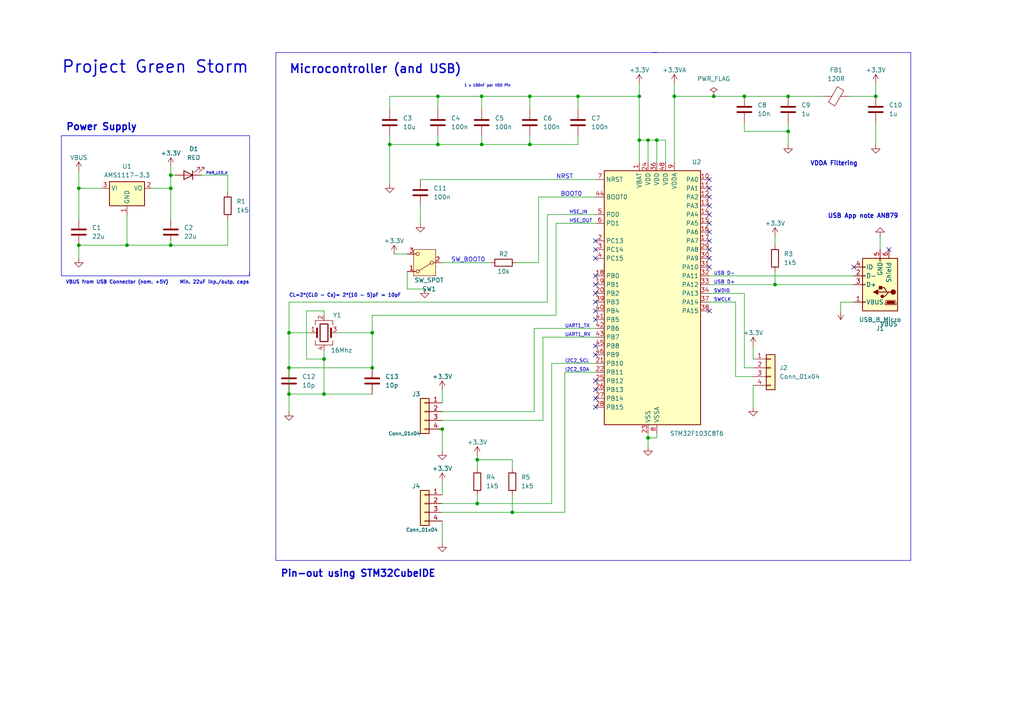
<source format=kicad_sch>
(kicad_sch (version 20230121) (generator eeschema)
  (paper "A4")
  (title_block (title "Project Green Storm") (date "2024-01-06") (rev "0.1") (company "Hotsauce Labs"))
  (lib_symbols
    (symbol "Connector:USB_B_Micro" (pin_names (offset 1.016))
      (property "Reference" "J" (at -5.08 11.43 0))
      (property "Value" "USB_B_Micro" (at -5.08 8.89 0))
      (symbol "USB_B_Micro_0_1"
        (rectangle (start -5.08 -7.62) (end 5.08 7.62) (stroke (width 0.254)) (fill (type background)))
        (circle (center -3.81 2.159) (radius 0.635) (stroke (width 0.254)) (fill (type outline)))
        (circle (center -0.635 3.429) (radius 0.381) (stroke (width 0.254)) (fill (type outline)))
        (rectangle (start -0.127 -7.62) (end 0.127 -6.858))
        (polyline (pts (xy -1.905 2.159) (xy 0.635 2.159)) (stroke (width 0.254)))
        (polyline (pts (xy -3.175 2.159) (xy -2.54 2.159) (xy -1.27 3.429) (xy -0.635 3.429)) (stroke (width 0.254)))
        (polyline (pts (xy -2.54 2.159) (xy -1.905 2.159) (xy -1.27 0.889) (xy 0 0.889)) (stroke (width 0.254)))
        (polyline (pts (xy 0.635 2.794) (xy 0.635 1.524) (xy 1.905 2.159) (xy 0.635 2.794)) (stroke (width 0.254)) (fill (type outline)))
        (polyline (pts (xy -4.318 5.588) (xy -1.778 5.588) (xy -2.032 4.826) (xy -4.064 4.826) (xy -4.318 5.588)) (fill (type outline)))
        (polyline (pts (xy -4.699 5.842) (xy -4.699 5.588) (xy -4.445 4.826) (xy -4.445 4.572) (xy -1.651 4.572) (xy -1.651 4.826) (xy -1.397 5.588) (xy -1.397 5.842) (xy -4.699 5.842)))
        (rectangle (start 0.254 1.27) (end -0.508 0.508) (stroke (width 0.254)) (fill (type outline)))
        (rectangle (start 5.08 -5.207) (end 4.318 -4.953))
        (rectangle (start 5.08 -2.667) (end 4.318 -2.413))
        (rectangle (start 5.08 -0.127) (end 4.318 0.127))
        (rectangle (start 5.08 4.953) (end 4.318 5.207))
      )
      (symbol "USB_B_Micro_1_1"
        (pin power_out line (at 7.62 5.08 180) (length 2.54) (name "VBUS") (number "1"))
        (pin bidirectional line (at 7.62 -2.54 180) (length 2.54) (name "D-") (number "2"))
        (pin bidirectional line (at 7.62 0 180) (length 2.54) (name "D+") (number "3"))
        (pin passive line (at 7.62 -5.08 180) (length 2.54) (name "ID") (number "4"))
        (pin power_out line (at 0 -10.16 90) (length 2.54) (name "GND") (number "5"))
        (pin passive line (at -2.54 -10.16 90) (length 2.54) (name "Shield") (number "6"))
      )
    )
    (symbol "Connector_Generic:Conn_01x04" (pin_names (offset 1.016) hide)
      (property "Reference" "J" (at 0 5.08 0))
      (property "Value" "Conn_01x04" (at 0 -7.62 0))
      (symbol "Conn_01x04_1_1"
        (rectangle (start -1.27 -4.953) (end 0 -5.207) (stroke (width 0.1524)))
        (rectangle (start -1.27 -2.413) (end 0 -2.667) (stroke (width 0.1524)))
        (rectangle (start -1.27 0.127) (end 0 -0.127) (stroke (width 0.1524)))
        (rectangle (start -1.27 2.667) (end 0 2.413) (stroke (width 0.1524)))
        (rectangle (start -1.27 3.81) (end 1.27 -6.35) (stroke (width 0.254)) (fill (type background)))
        (pin passive line (at -5.08 2.54 0) (length 3.81) (name "Pin_1") (number "1"))
        (pin passive line (at -5.08 0 0) (length 3.81) (name "Pin_2") (number "2"))
        (pin passive line (at -5.08 -2.54 0) (length 3.81) (name "Pin_3") (number "3"))
        (pin passive line (at -5.08 -5.08 0) (length 3.81) (name "Pin_4") (number "4"))
      )
    )
    (symbol "Device:C" (pin_numbers hide) (pin_names (offset 0.254))
      (property "Reference" "C" (at 0.635 2.54 0))
      (property "Value" "C" (at 0.635 -2.54 0))
      (symbol "C_0_1"
        (polyline (pts (xy -2.032 -0.762) (xy 2.032 -0.762)) (stroke (width 0.508)))
        (polyline (pts (xy -2.032 0.762) (xy 2.032 0.762)) (stroke (width 0.508)))
      )
      (symbol "C_1_1"
        (pin passive line (at 0 3.81 270) (length 2.794) (name "~") (number "1"))
        (pin passive line (at 0 -3.81 90) (length 2.794) (name "~") (number "2"))
      )
    )
    (symbol "Device:Crystal_GND24" (pin_names (offset 1.016) hide)
      (property "Reference" "Y" (at 3.175 5.08 0))
      (property "Value" "Crystal_GND24" (at 3.175 3.175 0))
      (symbol "Crystal_GND24_0_1"
        (rectangle (start -1.143 2.54) (end 1.143 -2.54) (stroke (width 0.3048)))
        (polyline (pts (xy -2.54 0) (xy -2.032 0)))
        (polyline (pts (xy -2.032 -1.27) (xy -2.032 1.27)) (stroke (width 0.508)))
        (polyline (pts (xy 0 -3.81) (xy 0 -3.556)))
        (polyline (pts (xy 0 3.556) (xy 0 3.81)))
        (polyline (pts (xy 2.032 -1.27) (xy 2.032 1.27)) (stroke (width 0.508)))
        (polyline (pts (xy 2.032 0) (xy 2.54 0)))
        (polyline (pts (xy -2.54 -2.286) (xy -2.54 -3.556) (xy 2.54 -3.556) (xy 2.54 -2.286)))
        (polyline (pts (xy -2.54 2.286) (xy -2.54 3.556) (xy 2.54 3.556) (xy 2.54 2.286)))
      )
      (symbol "Crystal_GND24_1_1"
        (pin passive line (at -3.81 0 0) (length 1.27) (name "1") (number "1"))
        (pin passive line (at 0 5.08 270) (length 1.27) (name "2") (number "2"))
        (pin passive line (at 3.81 0 180) (length 1.27) (name "3") (number "3"))
        (pin passive line (at 0 -5.08 90) (length 1.27) (name "4") (number "4"))
      )
    )
    (symbol "Device:FerriteBead" (pin_numbers hide) (pin_names (offset 0))
      (property "Reference" "FB" (at -3.81 0.635 90))
      (property "Value" "FerriteBead" (at 3.81 0 90))
      (symbol "FerriteBead_0_1"
        (polyline (pts (xy 0 -1.27) (xy 0 -1.2192)))
        (polyline (pts (xy 0 1.27) (xy 0 1.2954)))
        (polyline (pts (xy -2.7686 0.4064) (xy -1.7018 2.2606) (xy 2.7686 -0.3048) (xy 1.6764 -2.159) (xy -2.7686 0.4064)))
      )
      (symbol "FerriteBead_1_1"
        (pin passive line (at 0 3.81 270) (length 2.54) (name "~") (number "1"))
        (pin passive line (at 0 -3.81 90) (length 2.54) (name "~") (number "2"))
      )
    )
    (symbol "Device:LED" (pin_numbers hide) (pin_names (offset 1.016) hide)
      (property "Reference" "D" (at 0 2.54 0))
      (property "Value" "LED" (at 0 -2.54 0))
      (symbol "LED_0_1"
        (polyline (pts (xy -1.27 -1.27) (xy -1.27 1.27)) (stroke (width 0.254)))
        (polyline (pts (xy -1.27 0) (xy 1.27 0)))
        (polyline (pts (xy 1.27 -1.27) (xy 1.27 1.27) (xy -1.27 0) (xy 1.27 -1.27)) (stroke (width 0.254)))
        (polyline (pts (xy -3.048 -0.762) (xy -4.572 -2.286) (xy -3.81 -2.286) (xy -4.572 -2.286) (xy -4.572 -1.524)))
        (polyline (pts (xy -1.778 -0.762) (xy -3.302 -2.286) (xy -2.54 -2.286) (xy -3.302 -2.286) (xy -3.302 -1.524)))
      )
      (symbol "LED_1_1"
        (pin passive line (at -3.81 0 0) (length 2.54) (name "K") (number "1"))
        (pin passive line (at 3.81 0 180) (length 2.54) (name "A") (number "2"))
      )
    )
    (symbol "Device:R" (pin_numbers hide) (pin_names (offset 0) hide)
      (property "Reference" "R" (at 2.032 0 90))
      (property "Value" "R" (at 0 0 90))
      (symbol "R_0_1"
        (rectangle (start -1.016 -2.54) (end 1.016 2.54) (stroke (width 0.254)))
      )
      (symbol "R_1_1"
        (pin passive line (at 0 3.81 270) (length 1.27) (name "~") (number "1"))
        (pin passive line (at 0 -3.81 90) (length 1.27) (name "~") (number "2"))
      )
    )
    (symbol "GND_1" (power) (pin_numbers hide) (pin_names (offset 0) hide)
      (property "Value" "GND_1" (at 0 -3.81 0))
      (symbol "GND_1_0_1"
        (polyline (pts (xy 0 0) (xy 0 -1.27) (xy 1.27 -1.27) (xy 0 -2.54) (xy -1.27 -1.27) (xy 0 -1.27)))
      )
      (symbol "GND_1_1_1"
        (pin power_in line (at 0 0 270) (length 0) hide (name "GND") (number "1"))
      )
    )
    (symbol "GND_2" (power) (pin_numbers hide) (pin_names (offset 0) hide)
      (property "Value" "GND_2" (at 0 -3.81 0))
      (symbol "GND_2_0_1"
        (polyline (pts (xy 0 0) (xy 0 -1.27) (xy 1.27 -1.27) (xy 0 -2.54) (xy -1.27 -1.27) (xy 0 -1.27)))
      )
      (symbol "GND_2_1_1"
        (pin power_in line (at 0 0 270) (length 0) hide (name "GND") (number "1"))
      )
    )
    (symbol "MCU_ST_STM32F1:STM32F103C8Tx"
      (property "Reference" "U" (at -12.7 39.37 0))
      (property "Value" "STM32F103C8Tx" (at 10.16 39.37 0))
      (symbol "STM32F103C8Tx_0_1"
        (rectangle (start -12.7 -35.56) (end 15.24 38.1) (stroke (width 0.254)) (fill (type background)))
      )
      (symbol "STM32F103C8Tx_1_1"
        (pin power_in line (at -2.54 40.64 270) (length 2.54) (name "VBAT") (number "1"))
        (pin bidirectional line (at 17.78 35.56 180) (length 2.54) (name "PA0") (number "10"))
        (pin bidirectional line (at 17.78 33.02 180) (length 2.54) (name "PA1") (number "11"))
        (pin bidirectional line (at 17.78 30.48 180) (length 2.54) (name "PA2") (number "12"))
        (pin bidirectional line (at 17.78 27.94 180) (length 2.54) (name "PA3") (number "13"))
        (pin bidirectional line (at 17.78 25.4 180) (length 2.54) (name "PA4") (number "14"))
        (pin bidirectional line (at 17.78 22.86 180) (length 2.54) (name "PA5") (number "15"))
        (pin bidirectional line (at 17.78 20.32 180) (length 2.54) (name "PA6") (number "16"))
        (pin bidirectional line (at 17.78 17.78 180) (length 2.54) (name "PA7") (number "17"))
        (pin bidirectional line (at -15.24 7.62 0) (length 2.54) (name "PB0") (number "18"))
        (pin bidirectional line (at -15.24 5.08 0) (length 2.54) (name "PB1") (number "19"))
        (pin bidirectional line (at -15.24 17.78 0) (length 2.54) (name "PC13") (number "2"))
        (pin bidirectional line (at -15.24 2.54 0) (length 2.54) (name "PB2") (number "20"))
        (pin bidirectional line (at -15.24 -17.78 0) (length 2.54) (name "PB10") (number "21"))
        (pin bidirectional line (at -15.24 -20.32 0) (length 2.54) (name "PB11") (number "22"))
        (pin power_in line (at 0 -38.1 90) (length 2.54) (name "VSS") (number "23"))
        (pin power_in line (at 0 40.64 270) (length 2.54) (name "VDD") (number "24"))
        (pin bidirectional line (at -15.24 -22.86 0) (length 2.54) (name "PB12") (number "25"))
        (pin bidirectional line (at -15.24 -25.4 0) (length 2.54) (name "PB13") (number "26"))
        (pin bidirectional line (at -15.24 -27.94 0) (length 2.54) (name "PB14") (number "27"))
        (pin bidirectional line (at -15.24 -30.48 0) (length 2.54) (name "PB15") (number "28"))
        (pin bidirectional line (at 17.78 15.24 180) (length 2.54) (name "PA8") (number "29"))
        (pin bidirectional line (at -15.24 15.24 0) (length 2.54) (name "PC14") (number "3"))
        (pin bidirectional line (at 17.78 12.7 180) (length 2.54) (name "PA9") (number "30"))
        (pin bidirectional line (at 17.78 10.16 180) (length 2.54) (name "PA10") (number "31"))
        (pin bidirectional line (at 17.78 7.62 180) (length 2.54) (name "PA11") (number "32"))
        (pin bidirectional line (at 17.78 5.08 180) (length 2.54) (name "PA12") (number "33"))
        (pin bidirectional line (at 17.78 2.54 180) (length 2.54) (name "PA13") (number "34"))
        (pin passive line (at 0 -38.1 90) (length 2.54) hide (name "VSS") (number "35"))
        (pin power_in line (at 2.54 40.64 270) (length 2.54) (name "VDD") (number "36"))
        (pin bidirectional line (at 17.78 0 180) (length 2.54) (name "PA14") (number "37"))
        (pin bidirectional line (at 17.78 -2.54 180) (length 2.54) (name "PA15") (number "38"))
        (pin bidirectional line (at -15.24 0 0) (length 2.54) (name "PB3") (number "39"))
        (pin bidirectional line (at -15.24 12.7 0) (length 2.54) (name "PC15") (number "4"))
        (pin bidirectional line (at -15.24 -2.54 0) (length 2.54) (name "PB4") (number "40"))
        (pin bidirectional line (at -15.24 -5.08 0) (length 2.54) (name "PB5") (number "41"))
        (pin bidirectional line (at -15.24 -7.62 0) (length 2.54) (name "PB6") (number "42"))
        (pin bidirectional line (at -15.24 -10.16 0) (length 2.54) (name "PB7") (number "43"))
        (pin input line (at -15.24 30.48 0) (length 2.54) (name "BOOT0") (number "44"))
        (pin bidirectional line (at -15.24 -12.7 0) (length 2.54) (name "PB8") (number "45"))
        (pin bidirectional line (at -15.24 -15.24 0) (length 2.54) (name "PB9") (number "46"))
        (pin passive line (at 0 -38.1 90) (length 2.54) hide (name "VSS") (number "47"))
        (pin power_in line (at 5.08 40.64 270) (length 2.54) (name "VDD") (number "48"))
        (pin bidirectional line (at -15.24 25.4 0) (length 2.54) (name "PD0") (number "5"))
        (pin bidirectional line (at -15.24 22.86 0) (length 2.54) (name "PD1") (number "6"))
        (pin input line (at -15.24 35.56 0) (length 2.54) (name "NRST") (number "7"))
        (pin power_in line (at 2.54 -38.1 90) (length 2.54) (name "VSSA") (number "8"))
        (pin power_in line (at 7.62 40.64 270) (length 2.54) (name "VDDA") (number "9"))
      )
    )
    (symbol "R_1" (pin_numbers hide) (pin_names (offset 0))
      (property "Reference" "R" (at 2.032 0 90))
      (property "Value" "R" (at 0 0 90))
      (symbol "R_1_0_1"
        (rectangle (start -1.016 -2.54) (end 1.016 2.54) (stroke (width 0.254)))
      )
      (symbol "R_1_1_1"
        (pin passive line (at 0 3.81 270) (length 1.27) (name "~") (number "1"))
        (pin passive line (at 0 -3.81 90) (length 1.27) (name "~") (number "2"))
      )
    )
    (symbol "R_2" (pin_numbers hide) (pin_names (offset 0))
      (property "Reference" "R" (at 2.032 0 90))
      (property "Value" "R" (at 0 0 90))
      (symbol "R_2_0_1"
        (rectangle (start -1.016 -2.54) (end 1.016 2.54) (stroke (width 0.254)))
      )
      (symbol "R_2_1_1"
        (pin passive line (at 0 3.81 270) (length 1.27) (name "~") (number "1"))
        (pin passive line (at 0 -3.81 90) (length 1.27) (name "~") (number "2"))
      )
    )
    (symbol "Regulator_Linear:AMS1117-3.3"
      (property "Reference" "U" (at -3.81 3.175 0))
      (property "Value" "AMS1117-3.3" (at 0 3.175 0))
      (symbol "AMS1117-3.3_0_1"
        (rectangle (start -5.08 -5.08) (end 5.08 1.905) (stroke (width 0.254)) (fill (type background)))
      )
      (symbol "AMS1117-3.3_1_1"
        (pin power_in line (at 0 -7.62 90) (length 2.54) (name "GND") (number "1"))
        (pin power_out line (at 7.62 0 180) (length 2.54) (name "VO") (number "2"))
        (pin power_in line (at -7.62 0 0) (length 2.54) (name "VI") (number "3"))
      )
    )
    (symbol "Switch:SW_SPDT" (pin_names (offset 0) hide)
      (property "Reference" "SW" (at 0 5.08 0))
      (property "Value" "SW_SPDT" (at 0 -5.08 0))
      (symbol "SW_SPDT_0_1"
        (circle (center -2.032 0) (radius 0.4572))
        (polyline (pts (xy -1.651 0.254) (xy 1.651 2.286)))
        (circle (center 2.032 -2.54) (radius 0.4572))
        (circle (center 2.032 2.54) (radius 0.4572))
      )
      (symbol "SW_SPDT_1_1"
        (rectangle (start -3.175 3.81) (end 3.175 -3.81) (fill (type background)))
        (pin passive line (at 5.08 2.54 180) (length 2.54) (name "A") (number "1"))
        (pin passive line (at -5.08 0 0) (length 2.54) (name "B") (number "2"))
        (pin passive line (at 5.08 -2.54 180) (length 2.54) (name "C") (number "3"))
      )
    )
    (symbol "power:+3.3V" (power) (pin_numbers hide) (pin_names (offset 0) hide)
      (property "Value" "+3.3V" (at 0 3.556 0))
      (symbol "+3.3V_0_1"
        (polyline (pts (xy -0.762 1.27) (xy 0 2.54)))
        (polyline (pts (xy 0 0) (xy 0 2.54)))
        (polyline (pts (xy 0 2.54) (xy 0.762 1.27)))
      )
      (symbol "+3.3V_1_1"
        (pin power_in line (at 0 0 90) (length 0) hide (name "+3.3V") (number "1"))
      )
    )
    (symbol "power:+3.3VA" (power) (pin_numbers hide) (pin_names (offset 0) hide)
      (property "Value" "+3.3VA" (at 0 3.556 0))
      (symbol "+3.3VA_0_1"
        (polyline (pts (xy -0.762 1.27) (xy 0 2.54)))
        (polyline (pts (xy 0 0) (xy 0 2.54)))
        (polyline (pts (xy 0 2.54) (xy 0.762 1.27)))
      )
      (symbol "+3.3VA_1_1"
        (pin power_in line (at 0 0 90) (length 0) hide (name "+3.3VA") (number "1"))
      )
    )
    (symbol "power:PWR_FLAG" (power) (pin_numbers hide) (pin_names (offset 0) hide)
      (property "Value" "PWR_FLAG" (at 0 3.81 0))
      (symbol "PWR_FLAG_0_0"
        (pin power_out line (at 0 0 90) (length 0) (name "pwr") (number "1"))
      )
      (symbol "PWR_FLAG_0_1"
        (polyline (pts (xy 0 0) (xy 0 1.27) (xy -1.016 1.905) (xy 0 2.54) (xy 1.016 1.905) (xy 0 1.27)))
      )
    )
    (symbol "power:VBUS" (power) (pin_numbers hide) (pin_names (offset 0) hide)
      (property "Value" "VBUS" (at 0 3.81 0))
      (symbol "VBUS_0_1"
        (polyline (pts (xy -0.762 1.27) (xy 0 2.54)))
        (polyline (pts (xy 0 0) (xy 0 2.54)))
        (polyline (pts (xy 0 2.54) (xy 0.762 1.27)))
      )
      (symbol "VBUS_1_1"
        (pin power_in line (at 0 0 90) (length 0) hide (name "VBUS") (number "1"))
      )
    )
  )
  (junction (at 93.98 114.3))
  (junction (at 113.03 41.91))
  (junction (at 138.43 146.05))
  (junction (at 215.9 27.94))
  (junction (at 228.6 27.94))
  (junction (at 49.53 50.8))
  (junction (at 22.86 54.61))
  (junction (at 185.42 27.94))
  (junction (at 127 41.91))
  (junction (at 167.64 27.94))
  (junction (at 138.43 133.35))
  (junction (at 187.96 127))
  (junction (at 254 27.94))
  (junction (at 148.59 148.59))
  (junction (at 190.5 40.64))
  (junction (at 49.53 54.61))
  (junction (at 228.6 38.1))
  (junction (at 93.98 104.14))
  (junction (at 83.82 96.52))
  (junction (at 107.95 96.52))
  (junction (at 139.7 27.94))
  (junction (at 139.7 41.91))
  (junction (at 127 27.94))
  (junction (at 83.82 114.3))
  (junction (at 207.01 27.94))
  (junction (at 195.58 27.94))
  (junction (at 107.95 106.68))
  (junction (at 128.27 124.46))
  (junction (at 36.83 71.12))
  (junction (at 83.82 106.68))
  (junction (at 153.67 27.94))
  (junction (at 224.79 82.55))
  (junction (at 187.96 40.64))
  (junction (at 153.67 41.91))
  (junction (at 185.42 40.64))
  (junction (at 49.53 71.12))
  (junction (at 22.86 71.12))
  (no_connect (at 205.74 62.23))
  (no_connect (at 172.72 80.01))
  (no_connect (at 205.74 54.61))
  (no_connect (at 172.72 102.87))
  (no_connect (at 205.74 90.17))
  (no_connect (at 205.74 59.69))
  (no_connect (at 205.74 77.47))
  (no_connect (at 172.72 69.85))
  (no_connect (at 172.72 85.09))
  (no_connect (at 172.72 92.71))
  (no_connect (at 172.72 87.63))
  (no_connect (at 172.72 82.55))
  (no_connect (at 247.65 77.47))
  (no_connect (at 172.72 100.33))
  (no_connect (at 172.72 74.93))
  (no_connect (at 172.72 118.11))
  (no_connect (at 172.72 113.03))
  (no_connect (at 172.72 110.49))
  (no_connect (at 205.74 57.15))
  (no_connect (at 172.72 115.57))
  (no_connect (at 205.74 74.93))
  (no_connect (at 205.74 72.39))
  (no_connect (at 172.72 90.17))
  (no_connect (at 205.74 64.77))
  (no_connect (at 205.74 67.31))
  (no_connect (at 172.72 72.39))
  (no_connect (at 257.81 72.39))
  (no_connect (at 205.74 69.85))
  (no_connect (at 205.74 52.07))
  (wire (pts (xy 128.27 124.46) (xy 128.27 130.81)))
  (wire (pts (xy 187.96 127) (xy 187.96 129.54)))
  (wire (pts (xy 113.03 41.91) (xy 113.03 53.34)))
  (wire (pts (xy 224.79 68.58) (xy 224.79 71.12)))
  (wire (pts (xy 148.59 148.59) (xy 163.83 148.59)))
  (wire (pts (xy 154.94 95.25) (xy 154.94 119.38)))
  (wire (pts (xy 228.6 27.94) (xy 238.76 27.94)))
  (wire (pts (xy 149.86 76.2) (xy 156.21 76.2)))
  (wire (pts (xy 185.42 27.94) (xy 185.42 40.64)))
  (wire (pts (xy 93.98 114.3) (xy 107.95 114.3)))
  (polyline (pts (xy 190.5 15.24) (xy 80.01 15.24)))
  (wire (pts (xy 139.7 27.94) (xy 139.7 31.75)))
  (wire (pts (xy 218.44 100.33) (xy 218.44 104.14)))
  (wire (pts (xy 160.02 105.41) (xy 172.72 105.41)))
  (wire (pts (xy 36.83 71.12) (xy 49.53 71.12)))
  (wire (pts (xy 153.67 41.91) (xy 167.64 41.91)))
  (wire (pts (xy 138.43 133.35) (xy 148.59 133.35)))
  (wire (pts (xy 107.95 96.52) (xy 107.95 91.44)))
  (wire (pts (xy 49.53 50.8) (xy 50.8 50.8)))
  (wire (pts (xy 93.98 104.14) (xy 93.98 114.3)))
  (wire (pts (xy 66.04 50.8) (xy 66.04 55.88)))
  (wire (pts (xy 83.82 87.63) (xy 158.75 87.63)))
  (wire (pts (xy 187.96 125.73) (xy 187.96 127)))
  (wire (pts (xy 160.02 105.41) (xy 160.02 146.05)))
  (wire (pts (xy 195.58 24.13) (xy 195.58 27.94)))
  (wire (pts (xy 153.67 27.94) (xy 153.67 31.75)))
  (wire (pts (xy 185.42 40.64) (xy 187.96 40.64)))
  (wire (pts (xy 113.03 39.37) (xy 113.03 41.91)))
  (wire (pts (xy 118.11 78.74) (xy 118.11 83.82)))
  (wire (pts (xy 22.86 71.12) (xy 22.86 74.93)))
  (wire (pts (xy 228.6 38.1) (xy 215.9 38.1)))
  (wire (pts (xy 22.86 71.12) (xy 36.83 71.12)))
  (wire (pts (xy 49.53 50.8) (xy 49.53 54.61)))
  (polyline (pts (xy 72.39 39.37) (xy 17.78 39.37)))
  (wire (pts (xy 161.29 64.77) (xy 172.72 64.77)))
  (wire (pts (xy 255.27 68.58) (xy 255.27 72.39)))
  (wire (pts (xy 49.53 69.85) (xy 49.53 71.12)))
  (wire (pts (xy 215.9 106.68) (xy 218.44 106.68)))
  (wire (pts (xy 88.9 90.17) (xy 88.9 104.14)))
  (wire (pts (xy 148.59 135.89) (xy 148.59 133.35)))
  (wire (pts (xy 190.5 40.64) (xy 190.5 46.99)))
  (wire (pts (xy 157.48 121.92) (xy 128.27 121.92)))
  (wire (pts (xy 213.36 109.22) (xy 218.44 109.22)))
  (wire (pts (xy 167.64 31.75) (xy 167.64 27.94)))
  (wire (pts (xy 49.53 54.61) (xy 44.45 54.61)))
  (polyline (pts (xy 72.39 78.74) (xy 72.39 80.01)))
  (wire (pts (xy 243.84 87.63) (xy 247.65 87.63)))
  (polyline (pts (xy 17.78 39.37) (xy 17.78 80.01)))
  (wire (pts (xy 228.6 38.1) (xy 228.6 41.91)))
  (wire (pts (xy 36.83 62.23) (xy 36.83 71.12)))
  (wire (pts (xy 205.74 87.63) (xy 213.36 87.63)))
  (wire (pts (xy 128.27 151.13) (xy 128.27 157.48)))
  (wire (pts (xy 83.82 114.3) (xy 83.82 106.68)))
  (wire (pts (xy 167.64 39.37) (xy 167.64 41.91)))
  (wire (pts (xy 205.74 82.55) (xy 224.79 82.55)))
  (wire (pts (xy 22.86 49.53) (xy 22.86 54.61)))
  (wire (pts (xy 127 41.91) (xy 139.7 41.91)))
  (wire (pts (xy 114.3 73.66) (xy 118.11 73.66)))
  (wire (pts (xy 58.42 50.8) (xy 66.04 50.8)))
  (wire (pts (xy 121.92 59.69) (xy 121.92 64.77)))
  (wire (pts (xy 90.17 96.52) (xy 83.82 96.52)))
  (wire (pts (xy 66.04 63.5) (xy 66.04 71.12)))
  (wire (pts (xy 139.7 39.37) (xy 139.7 41.91)))
  (wire (pts (xy 154.94 119.38) (xy 128.27 119.38)))
  (wire (pts (xy 213.36 87.63) (xy 213.36 109.22)))
  (wire (pts (xy 215.9 85.09) (xy 215.9 106.68)))
  (wire (pts (xy 22.86 63.5) (xy 22.86 54.61)))
  (wire (pts (xy 187.96 127) (xy 190.5 127)))
  (wire (pts (xy 154.94 95.25) (xy 172.72 95.25)))
  (wire (pts (xy 228.6 35.56) (xy 228.6 38.1)))
  (wire (pts (xy 139.7 41.91) (xy 153.67 41.91)))
  (wire (pts (xy 157.48 97.79) (xy 172.72 97.79)))
  (wire (pts (xy 195.58 27.94) (xy 207.01 27.94)))
  (wire (pts (xy 215.9 27.94) (xy 228.6 27.94)))
  (wire (pts (xy 246.38 27.94) (xy 254 27.94)))
  (wire (pts (xy 156.21 57.15) (xy 156.21 76.2)))
  (wire (pts (xy 93.98 101.6) (xy 93.98 104.14)))
  (wire (pts (xy 254 35.56) (xy 254 41.91)))
  (wire (pts (xy 128.27 76.2) (xy 142.24 76.2)))
  (wire (pts (xy 128.27 146.05) (xy 138.43 146.05)))
  (polyline (pts (xy 264.16 15.24) (xy 189.23 15.24)))
  (wire (pts (xy 107.95 96.52) (xy 107.95 106.68)))
  (wire (pts (xy 49.53 48.26) (xy 49.53 50.8)))
  (polyline (pts (xy 72.39 80.01) (xy 72.39 39.37)))
  (wire (pts (xy 138.43 132.08) (xy 138.43 133.35)))
  (wire (pts (xy 83.82 106.68) (xy 107.95 106.68)))
  (wire (pts (xy 83.82 114.3) (xy 93.98 114.3)))
  (wire (pts (xy 113.03 41.91) (xy 127 41.91)))
  (wire (pts (xy 207.01 27.94) (xy 215.9 27.94)))
  (wire (pts (xy 127 27.94) (xy 127 31.75)))
  (wire (pts (xy 243.84 87.63) (xy 243.84 90.17)))
  (wire (pts (xy 127 27.94) (xy 113.03 27.94)))
  (polyline (pts (xy 80.01 15.24) (xy 80.01 162.56)))
  (wire (pts (xy 187.96 40.64) (xy 190.5 40.64)))
  (wire (pts (xy 97.79 96.52) (xy 107.95 96.52)))
  (wire (pts (xy 190.5 125.73) (xy 190.5 127)))
  (wire (pts (xy 128.27 113.03) (xy 128.27 116.84)))
  (wire (pts (xy 185.42 24.13) (xy 185.42 27.94)))
  (wire (pts (xy 121.92 52.07) (xy 172.72 52.07)))
  (wire (pts (xy 158.75 62.23) (xy 172.72 62.23)))
  (wire (pts (xy 93.98 91.44) (xy 93.98 90.17)))
  (polyline (pts (xy 17.78 80.01) (xy 72.39 80.01)))
  (wire (pts (xy 158.75 87.63) (xy 158.75 62.23)))
  (wire (pts (xy 205.74 85.09) (xy 215.9 85.09)))
  (wire (pts (xy 83.82 114.3) (xy 83.82 119.38)))
  (wire (pts (xy 138.43 146.05) (xy 160.02 146.05)))
  (wire (pts (xy 22.86 54.61) (xy 29.21 54.61)))
  (wire (pts (xy 93.98 90.17) (xy 88.9 90.17)))
  (wire (pts (xy 224.79 78.74) (xy 224.79 82.55)))
  (wire (pts (xy 49.53 63.5) (xy 49.53 54.61)))
  (polyline (pts (xy 80.01 162.56) (xy 264.16 162.56)))
  (wire (pts (xy 157.48 97.79) (xy 157.48 121.92)))
  (wire (pts (xy 163.83 107.95) (xy 172.72 107.95)))
  (wire (pts (xy 139.7 27.94) (xy 127 27.94)))
  (wire (pts (xy 156.21 57.15) (xy 172.72 57.15)))
  (wire (pts (xy 215.9 35.56) (xy 215.9 38.1)))
  (wire (pts (xy 127 39.37) (xy 127 41.91)))
  (wire (pts (xy 205.74 80.01) (xy 247.65 80.01)))
  (wire (pts (xy 254 24.13) (xy 254 27.94)))
  (wire (pts (xy 224.79 82.55) (xy 247.65 82.55)))
  (wire (pts (xy 83.82 96.52) (xy 83.82 106.68)))
  (wire (pts (xy 190.5 40.64) (xy 193.04 40.64)))
  (wire (pts (xy 49.53 71.12) (xy 66.04 71.12)))
  (wire (pts (xy 83.82 96.52) (xy 83.82 87.63)))
  (wire (pts (xy 187.96 40.64) (xy 187.96 46.99)))
  (wire (pts (xy 161.29 91.44) (xy 161.29 64.77)))
  (wire (pts (xy 195.58 27.94) (xy 195.58 46.99)))
  (wire (pts (xy 113.03 27.94) (xy 113.03 31.75)))
  (polyline (pts (xy 264.16 162.56) (xy 264.16 15.24)))
  (wire (pts (xy 88.9 104.14) (xy 93.98 104.14)))
  (wire (pts (xy 107.95 91.44) (xy 161.29 91.44)))
  (wire (pts (xy 128.27 139.7) (xy 128.27 143.51)))
  (wire (pts (xy 127 124.46) (xy 128.27 124.46)))
  (wire (pts (xy 185.42 40.64) (xy 185.42 46.99)))
  (wire (pts (xy 148.59 143.51) (xy 148.59 148.59)))
  (wire (pts (xy 118.11 83.82) (xy 123.19 83.82)))
  (wire (pts (xy 167.64 27.94) (xy 153.67 27.94)))
  (wire (pts (xy 193.04 40.64) (xy 193.04 46.99)))
  (wire (pts (xy 218.44 111.76) (xy 218.44 118.11)))
  (wire (pts (xy 163.83 107.95) (xy 163.83 148.59)))
  (wire (pts (xy 153.67 27.94) (xy 139.7 27.94)))
  (wire (pts (xy 138.43 133.35) (xy 138.43 135.89)))
  (wire (pts (xy 153.67 39.37) (xy 153.67 41.91)))
  (wire (pts (xy 128.27 148.59) (xy 148.59 148.59)))
  (wire (pts (xy 138.43 143.51) (xy 138.43 146.05)))
  (wire (pts (xy 167.64 27.94) (xy 185.42 27.94)))
  (text "HSE_IN" (at 165.1 62.23 0) (effects (font (size 1 1)) (justify left bottom)))
  (text "USB D-" (at 207.01 80.01 0) (effects (font (size 1 1)) (justify left bottom)))
  (text "I2C2_SDA" (at 163.83 107.95 0) (effects (font (size 1 1)) (justify left bottom)))
  (text "I2C2_SCL" (at 163.83 105.41 0) (effects (font (size 1 1)) (justify left bottom)))
  (text "Min. 22uF inp./outp. caps" (at 52.07 82.55 0) (effects (font (size 1 1) bold) (justify left bottom)))
  (text "VDDA Filtering" (at 234.95 48.26 0) (effects (font (size 1.27 1.27) bold) (justify left bottom)))
  (text "CL=2*(CL0 - Cs)= 2*(10 - 5)pF = 10pF" (at 83.82 86.36 0) (effects (font (size 1 1) bold) (justify left bottom)))
  (text "NRST" (at 161.29 52.07 0) (effects (font (size 1.27 1.27)) (justify left bottom)))
  (text "Power Supply" (at 19.05 38.1 0) (effects (font (size 2 2) (thickness 0.4) bold) (justify left bottom)))
  (text "BOOT0" (at 162.56 57.15 0) (effects (font (size 1.27 1.27)) (justify left bottom)))
  (text "Microcontroller (and USB)" (at 83.82 21.59 0) (effects (font (size 2.5 2.5) (thickness 0.4) bold) (justify left bottom)))
  (text "USB App note AN879" (at 240.03 63.5 0) (effects (font (size 1.27 1.27) bold) (justify left bottom)))
  (text "SWDI0" (at 207.01 85.09 0) (effects (font (size 1 1)) (justify left bottom)))
  (text "Pin-out using STM32CubeIDE" (at 81.28 167.64 0) (effects (font (size 2 2) bold) (justify left bottom)))
  (text "Project Green Storm" (at 17.78 21.59 0) (effects (font (size 3.5 3.5) (thickness 0.4) bold) (justify left bottom)))
  (text "VBUS from USB Connector (nom. +5V)" (at 19.05 82.55 0) (effects (font (size 1 1) bold) (justify left bottom)))
  (text "1 x 100nF per VDD Pin" (at 134.62 25.4 0) (effects (font (size 0.75 0.75) bold) (justify left bottom)))
  (text "UART1_RX" (at 163.83 97.79 0) (effects (font (size 1 1)) (justify left bottom)))
  (text "PWR_LED_K" (at 59.69 50.8 0) (effects (font (size 0.75 0.75)) (justify left bottom)))
  (text "UART1_TX" (at 163.83 95.25 0) (effects (font (size 1 1)) (justify left bottom)))
  (text "SWCLK" (at 207.01 87.63 0) (effects (font (size 1 1)) (justify left bottom)))
  (text "HSE_OUT" (at 165.1 64.77 0) (effects (font (size 1 1)) (justify left bottom)))
  (text "USB D+" (at 207.01 82.55 0) (effects (font (size 1 1)) (justify left bottom)))
  (text "SW_BOOT0" (at 130.81 76.2 0) (effects (font (size 1.27 1.27)) (justify left bottom)))
  (symbol (lib_name "R_2") (lib_id "Device:R") (at 138.43 139.7 0) (unit 1)
    (property "Reference" "R4" (at 140.97 138.43 0) (effects (justify left)))
    (property "Value" "1k5" (at 140.97 140.97 0) (effects (justify left)))
  )
  (symbol (lib_id "Device:C") (at 153.67 35.56 0) (unit 1)
    (property "Reference" "C6" (at 157.48 34.29 0) (effects (justify left)))
    (property "Value" "100n" (at 157.48 36.83 0) (effects (justify left)))
  )
  (symbol (lib_name "GND_1") (lib_id "power:GND") (at 218.44 118.11 0) (unit 1)
    (property "Reference" "#PWR017" (effects hide))
    (property "Value" "GND" (effects hide))
  )
  (symbol (lib_id "Connector_Generic:Conn_01x04") (at 223.52 106.68 0) (unit 1)
    (property "Reference" "J2" (at 226.06 106.68 0) (effects (justify left)))
    (property "Value" "Conn_01x04" (at 226.06 109.22 0) (effects (justify left)))
  )
  (symbol (lib_id "power:VBUS") (at 243.84 90.17 0) (mirror x) (unit 1)
    (property "Reference" "#PWR014" (effects hide))
    (property "Value" "VBUS" (at 257.81 93.98 0))
  )
  (symbol (lib_id "power:PWR_FLAG") (at 207.01 27.94 0) (unit 1)
    (property "Reference" "#FLG01" (effects hide))
    (property "Value" "PWR_FLAG" (at 207.01 22.86 0))
  )
  (symbol (lib_name "GND_1") (lib_id "power:GND") (at 113.03 53.34 0) (unit 1)
    (property "Reference" "#PWR04" (effects hide))
    (property "Value" "GND" (effects hide))
  )
  (symbol (lib_id "power:+3.3V") (at 128.27 139.7 0) (unit 1)
    (property "Reference" "#PWR022" (effects hide))
    (property "Value" "+3.3V" (at 128.27 135.89 0))
  )
  (symbol (lib_name "GND_1") (lib_id "power:GND") (at 22.86 74.93 0) (unit 1)
    (property "Reference" "#PWR01" (effects hide))
    (property "Value" "GND" (effects hide))
  )
  (symbol (lib_name "R_2") (lib_id "Device:R") (at 66.04 59.69 0) (unit 1)
    (property "Reference" "R1" (at 68.58 58.42 0) (effects (justify left)))
    (property "Value" "1k5" (at 68.58 60.96 0) (effects (justify left)))
  )
  (symbol (lib_id "Device:C") (at 215.9 31.75 0) (unit 1)
    (property "Reference" "C8" (at 219.71 30.48 0) (effects (justify left)))
    (property "Value" "10n" (at 219.71 33.02 0) (effects (justify left)))
  )
  (symbol (lib_id "power:+3.3V") (at 138.43 132.08 0) (unit 1)
    (property "Reference" "#PWR024" (effects hide))
    (property "Value" "+3.3V" (at 138.43 128.27 0))
  )
  (symbol (lib_id "Device:C") (at 228.6 31.75 0) (unit 1)
    (property "Reference" "C9" (at 232.41 30.48 0) (effects (justify left)))
    (property "Value" "1u" (at 232.41 33.02 0) (effects (justify left)))
  )
  (symbol (lib_id "Device:C") (at 167.64 35.56 0) (unit 1)
    (property "Reference" "C7" (at 171.45 34.29 0) (effects (justify left)))
    (property "Value" "100n" (at 171.45 36.83 0) (effects (justify left)))
  )
  (symbol (lib_name "GND_1") (lib_id "power:GND") (at 255.27 68.58 180) (unit 1)
    (property "Reference" "#PWR012" (effects hide))
    (property "Value" "GND" (effects hide))
  )
  (symbol (lib_id "power:+3.3V") (at 114.3 73.66 0) (unit 1)
    (property "Reference" "#PWR011" (effects hide))
    (property "Value" "+3.3V" (at 114.3 69.85 0))
  )
  (symbol (lib_id "power:+3.3V") (at 128.27 113.03 0) (unit 1)
    (property "Reference" "#PWR020" (effects hide))
    (property "Value" "+3.3V" (at 128.27 109.22 0))
  )
  (symbol (lib_id "Device:C") (at 139.7 35.56 0) (unit 1)
    (property "Reference" "C5" (at 143.51 34.29 0) (effects (justify left)))
    (property "Value" "100n" (at 143.51 36.83 0) (effects (justify left)))
  )
  (symbol (lib_id "Device:C") (at 121.92 55.88 0) (unit 1)
    (property "Reference" "C11" (at 125.73 54.61 0) (effects (justify left)))
    (property "Value" "100n" (at 125.73 57.15 0) (effects (justify left)))
  )
  (symbol (lib_name "GND_2") (lib_id "power:GND") (at 254 41.91 0) (unit 1)
    (property "Reference" "#PWR07" (effects hide))
    (property "Value" "GND" (effects hide))
  )
  (symbol (lib_name "GND_1") (lib_id "power:GND") (at 123.19 83.82 0) (unit 1)
    (property "Reference" "#PWR010" (effects hide))
    (property "Value" "GND" (effects hide))
  )
  (symbol (lib_name "GND_1") (lib_id "power:GND") (at 83.82 119.38 0) (unit 1)
    (property "Reference" "#PWR025" (effects hide))
    (property "Value" "GND" (effects hide))
  )
  (symbol (lib_id "power:+3.3V") (at 224.79 68.58 0) (unit 1)
    (property "Reference" "#PWR015" (effects hide))
    (property "Value" "+3.3V" (at 224.79 64.77 0))
  )
  (symbol (lib_name "GND_1") (lib_id "power:GND") (at 128.27 130.81 0) (unit 1)
    (property "Reference" "#PWR021" (effects hide))
    (property "Value" "GND" (effects hide))
  )
  (symbol (lib_id "Device:Crystal_GND24") (at 93.98 96.52 0) (unit 1)
    (property "Reference" "Y1" (at 97.79 91.44 0))
    (property "Value" "16Mhz" (at 99.06 101.6 0))
  )
  (symbol (lib_id "Device:LED") (at 54.61 50.8 180) (unit 1)
    (property "Reference" "D1" (at 56.1975 43.18 0))
    (property "Value" "RED" (at 56.1975 45.72 0))
  )
  (symbol (lib_id "Device:C") (at 22.86 67.31 0) (unit 1)
    (property "Reference" "C1" (at 26.67 66.04 0) (effects (justify left)))
    (property "Value" "22u" (at 26.67 68.58 0) (effects (justify left)))
  )
  (symbol (lib_name "GND_1") (lib_id "power:GND") (at 121.92 64.77 0) (unit 1)
    (property "Reference" "#PWR09" (effects hide))
    (property "Value" "GND" (effects hide))
  )
  (symbol (lib_name "R_1") (lib_id "Device:R") (at 224.79 74.93 0) (unit 1)
    (property "Reference" "R3" (at 227.33 73.66 0) (effects (justify left)))
    (property "Value" "1k5" (at 227.33 76.2 0) (effects (justify left)))
  )
  (symbol (lib_id "Device:R") (at 146.05 76.2 90) (unit 1)
    (property "Reference" "R2" (at 146.05 73.66 90))
    (property "Value" "10k" (at 146.05 78.74 90))
  )
  (symbol (lib_id "Connector:USB_B_Micro") (at 255.27 82.55 180) (unit 1)
    (property "Reference" "J1" (at 255.27 95.25 0))
    (property "Value" "USB_B_Micro" (at 255.27 92.71 0))
  )
  (symbol (lib_name "GND_1") (lib_id "power:GND") (at 187.96 129.54 0) (unit 1)
    (property "Reference" "#PWR02" (effects hide))
    (property "Value" "GND" (effects hide))
  )
  (symbol (lib_id "power:+3.3V") (at 185.42 24.13 0) (unit 1)
    (property "Reference" "#PWR03" (effects hide))
    (property "Value" "+3.3V" (at 185.42 20.32 0))
  )
  (symbol (lib_id "Switch:SW_SPDT") (at 123.19 76.2 180) (unit 1)
    (property "Reference" "SW1" (at 124.46 83.82 0))
    (property "Value" "SW_SPDT" (at 124.46 81.28 0))
  )
  (symbol (lib_id "Device:C") (at 107.95 110.49 0) (unit 1)
    (property "Reference" "C13" (at 111.76 109.22 0) (effects (justify left)))
    (property "Value" "10p" (at 111.76 111.76 0) (effects (justify left)))
  )
  (symbol (lib_id "Device:C") (at 83.82 110.49 0) (unit 1)
    (property "Reference" "C12" (at 87.63 109.22 0) (effects (justify left)))
    (property "Value" "10p" (at 87.63 111.76 0) (effects (justify left)))
  )
  (symbol (lib_id "Connector_Generic:Conn_01x04") (at 123.19 119.38 0) (mirror y) (unit 1)
    (property "Reference" "J3" (at 121.92 114.3 0) (effects (justify left)))
    (property "Value" "Conn_01x04" (at 121.92 125.73 0) (effects (font (size 1 1)) (justify left)))
  )
  (symbol (lib_id "Device:C") (at 49.53 67.31 0) (unit 1)
    (property "Reference" "C2" (at 53.34 66.04 0) (effects (justify left)))
    (property "Value" "22u" (at 53.34 68.58 0) (effects (justify left)))
  )
  (symbol (lib_id "Device:C") (at 127 35.56 0) (unit 1)
    (property "Reference" "C4" (at 130.81 34.29 0) (effects (justify left)))
    (property "Value" "100n" (at 130.81 36.83 0) (effects (justify left)))
  )
  (symbol (lib_id "power:+3.3VA") (at 195.58 24.13 0) (unit 1)
    (property "Reference" "#PWR05" (effects hide))
    (property "Value" "+3.3VA" (at 195.58 20.32 0))
  )
  (symbol (lib_id "Regulator_Linear:AMS1117-3.3") (at 36.83 54.61 0) (unit 1)
    (property "Reference" "U1" (at 36.83 48.26 0))
    (property "Value" "AMS1117-3.3" (at 36.83 50.8 0))
    (property "Footprint" "Package_TO_SOT_SMD:SOT-223-3_TabPin2" (effects hide))
    (property "Datasheet" "http://www.advanced-monolithic.com/pdf/ds1117.pdf" (effects hide))
  )
  (symbol (lib_id "Device:C") (at 113.03 35.56 0) (unit 1)
    (property "Reference" "C3" (at 116.84 34.29 0) (effects (justify left)))
    (property "Value" "10u" (at 116.84 36.83 0) (effects (justify left)))
  )
  (symbol (lib_id "power:+3.3V") (at 254 24.13 0) (unit 1)
    (property "Reference" "#PWR08" (effects hide))
    (property "Value" "+3.3V" (at 254 20.32 0))
  )
  (symbol (lib_id "Device:C") (at 254 31.75 0) (unit 1)
    (property "Reference" "C10" (at 257.81 30.48 0) (effects (justify left)))
    (property "Value" "1u" (at 257.81 33.02 0) (effects (justify left)))
  )
  (symbol (lib_id "power:VBUS") (at 22.86 49.53 0) (unit 1)
    (property "Reference" "#PWR018" (effects hide))
    (property "Value" "VBUS" (at 22.86 45.72 0))
  )
  (symbol (lib_name "R_2") (lib_id "Device:R") (at 148.59 139.7 0) (unit 1)
    (property "Reference" "R5" (at 151.13 138.43 0) (effects (justify left)))
    (property "Value" "1k5" (at 151.13 140.97 0) (effects (justify left)))
  )
  (symbol (lib_id "MCU_ST_STM32F1:STM32F103C8Tx") (at 187.96 87.63 0) (unit 1)
    (property "Reference" "U2" (at 200.66 46.99 0) (effects (justify left)))
    (property "Value" "STM32F103C8T6" (at 194.31 125.73 0) (effects (justify left)))
    (property "Footprint" "Package_QFP:LQFP-48_7x7mm_P0.5mm" (effects hide))
    (property "Datasheet" "https://www.st.com/resource/en/datasheet/stm32f103c8.pdf" (effects hide))
  )
  (symbol (lib_name "GND_1") (lib_id "power:GND") (at 128.27 157.48 0) (unit 1)
    (property "Reference" "#PWR023" (effects hide))
    (property "Value" "GND" (effects hide))
  )
  (symbol (lib_id "Connector_Generic:Conn_01x04") (at 123.19 146.05 0) (mirror y) (unit 1)
    (property "Reference" "J4" (at 121.92 140.97 0) (effects (justify left)))
    (property "Value" "Conn_01x04" (at 127 153.67 0) (effects (font (size 1 1)) (justify left)))
  )
  (symbol (lib_id "power:+3.3V") (at 218.44 100.33 0) (unit 1)
    (property "Reference" "#PWR016" (effects hide))
    (property "Value" "+3.3V" (at 218.44 96.52 0))
  )
  (symbol (lib_name "GND_2") (lib_id "power:GND") (at 228.6 41.91 0) (unit 1)
    (property "Reference" "#PWR06" (effects hide))
    (property "Value" "GND" (effects hide))
  )
  (symbol (lib_id "power:+3.3V") (at 49.53 48.26 0) (unit 1)
    (property "Reference" "#PWR019" (effects hide))
    (property "Value" "+3.3V" (at 49.53 44.45 0))
  )
  (symbol (lib_id "Device:FerriteBead") (at 242.57 27.94 90) (unit 1)
    (property "Reference" "FB1" (at 242.5192 20.32 90))
    (property "Value" "120R" (at 242.5192 22.86 90))
  )
)
</source>
